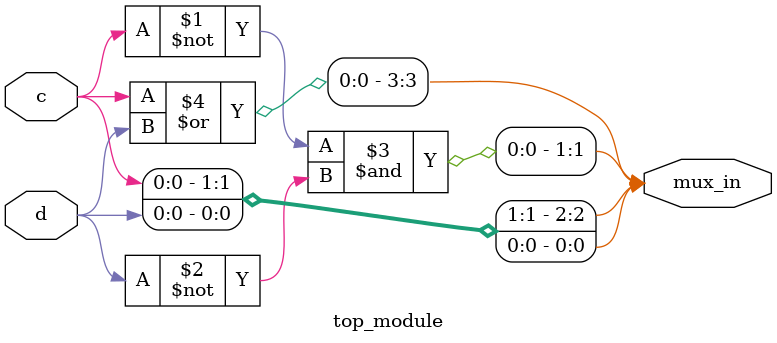
<source format=sv>
module top_module (
    input c,
    input d,
    output [3:0] mux_in
);

    // Define mux inputs based on the Karnaugh map
    assign mux_in[0] = d;      // K-map: cd = 00 | 1, rest | 0
    assign mux_in[1] = ~c & ~d; // K-map: cd = 01 | ~c ~d = 1, rest | 0
    assign mux_in[2] = c;       // K-map: cd = 11 | c = 1, d = 1
    assign mux_in[3] = c | d;   // K-map: cd = 10 | c = 1, rest | d

endmodule

</source>
